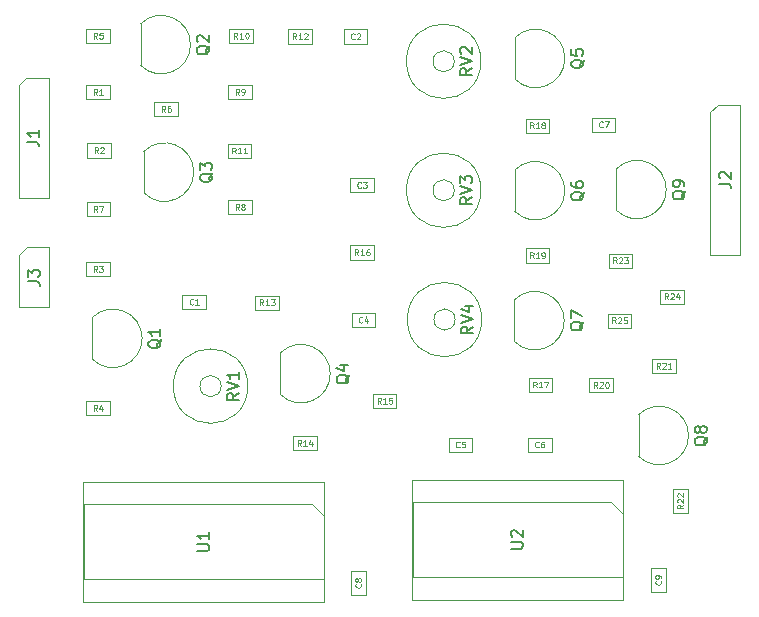
<source format=gbr>
G04 #@! TF.GenerationSoftware,KiCad,Pcbnew,(5.1.5-0-10_14)*
G04 #@! TF.CreationDate,2020-06-04T16:49:04+02:00*
G04 #@! TF.ProjectId,yuv-rgb-converter,7975762d-7267-4622-9d63-6f6e76657274,rev?*
G04 #@! TF.SameCoordinates,Original*
G04 #@! TF.FileFunction,Other,Fab,Top*
%FSLAX46Y46*%
G04 Gerber Fmt 4.6, Leading zero omitted, Abs format (unit mm)*
G04 Created by KiCad (PCBNEW (5.1.5-0-10_14)) date 2020-06-04 16:49:04*
%MOMM*%
%LPD*%
G04 APERTURE LIST*
%ADD10C,0.100000*%
%ADD11C,0.150000*%
%ADD12C,0.080000*%
G04 APERTURE END LIST*
D10*
X140953800Y-112776000D02*
X140953800Y-102616000D01*
X123053800Y-112776000D02*
X140953800Y-112776000D01*
X123053800Y-102616000D02*
X123053800Y-112776000D01*
X140953800Y-102616000D02*
X123053800Y-102616000D01*
X139893800Y-104521000D02*
X140893800Y-105521000D01*
X123113800Y-104521000D02*
X139893800Y-104521000D01*
X123113800Y-110871000D02*
X123113800Y-104521000D01*
X140893800Y-110871000D02*
X123113800Y-110871000D01*
X140893800Y-105521000D02*
X140893800Y-110871000D01*
X115655400Y-112953800D02*
X115655400Y-102793800D01*
X95215400Y-112953800D02*
X115655400Y-112953800D01*
X95215400Y-102793800D02*
X95215400Y-112953800D01*
X115655400Y-102793800D02*
X95215400Y-102793800D01*
X114595400Y-104698800D02*
X115595400Y-105698800D01*
X95275400Y-104698800D02*
X114595400Y-104698800D01*
X95275400Y-111048800D02*
X95275400Y-104698800D01*
X115595400Y-111048800D02*
X95275400Y-111048800D01*
X115595400Y-105698800D02*
X115595400Y-111048800D01*
X126720800Y-89063200D02*
G75*
G03X126720800Y-89063200I-900000J0D01*
G01*
X128970800Y-89063200D02*
G75*
G03X128970800Y-89063200I-3150000J0D01*
G01*
X126644600Y-78115800D02*
G75*
G03X126644600Y-78115800I-900000J0D01*
G01*
X128894600Y-78115800D02*
G75*
G03X128894600Y-78115800I-3150000J0D01*
G01*
X126644600Y-67193800D02*
G75*
G03X126644600Y-67193800I-900000J0D01*
G01*
X128894600Y-67193800D02*
G75*
G03X128894600Y-67193800I-3150000J0D01*
G01*
X106908800Y-94702000D02*
G75*
G03X106908800Y-94702000I-900000J0D01*
G01*
X109158800Y-94702000D02*
G75*
G03X109158800Y-94702000I-3150000J0D01*
G01*
X139639800Y-88554000D02*
X141639800Y-88554000D01*
X139639800Y-89754000D02*
X139639800Y-88554000D01*
X141639800Y-89754000D02*
X139639800Y-89754000D01*
X141639800Y-88554000D02*
X141639800Y-89754000D01*
X144084800Y-86522000D02*
X146084800Y-86522000D01*
X144084800Y-87722000D02*
X144084800Y-86522000D01*
X146084800Y-87722000D02*
X144084800Y-87722000D01*
X146084800Y-86522000D02*
X146084800Y-87722000D01*
X139716000Y-83474000D02*
X141716000Y-83474000D01*
X139716000Y-84674000D02*
X139716000Y-83474000D01*
X141716000Y-84674000D02*
X139716000Y-84674000D01*
X141716000Y-83474000D02*
X141716000Y-84674000D01*
X146396000Y-103419400D02*
X146396000Y-105419400D01*
X145196000Y-103419400D02*
X146396000Y-103419400D01*
X145196000Y-105419400D02*
X145196000Y-103419400D01*
X146396000Y-105419400D02*
X145196000Y-105419400D01*
X143399000Y-92389400D02*
X145399000Y-92389400D01*
X143399000Y-93589400D02*
X143399000Y-92389400D01*
X145399000Y-93589400D02*
X143399000Y-93589400D01*
X145399000Y-92389400D02*
X145399000Y-93589400D01*
X138090400Y-94015000D02*
X140090400Y-94015000D01*
X138090400Y-95215000D02*
X138090400Y-94015000D01*
X140090400Y-95215000D02*
X138090400Y-95215000D01*
X140090400Y-94015000D02*
X140090400Y-95215000D01*
X132680200Y-83042200D02*
X134680200Y-83042200D01*
X132680200Y-84242200D02*
X132680200Y-83042200D01*
X134680200Y-84242200D02*
X132680200Y-84242200D01*
X134680200Y-83042200D02*
X134680200Y-84242200D01*
X132680200Y-72044000D02*
X134680200Y-72044000D01*
X132680200Y-73244000D02*
X132680200Y-72044000D01*
X134680200Y-73244000D02*
X132680200Y-73244000D01*
X134680200Y-72044000D02*
X134680200Y-73244000D01*
X132934200Y-93989600D02*
X134934200Y-93989600D01*
X132934200Y-95189600D02*
X132934200Y-93989600D01*
X134934200Y-95189600D02*
X132934200Y-95189600D01*
X134934200Y-93989600D02*
X134934200Y-95189600D01*
X119846600Y-83988200D02*
X117846600Y-83988200D01*
X119846600Y-82788200D02*
X119846600Y-83988200D01*
X117846600Y-82788200D02*
X119846600Y-82788200D01*
X117846600Y-83988200D02*
X117846600Y-82788200D01*
X119751600Y-95361200D02*
X121751600Y-95361200D01*
X119751600Y-96561200D02*
X119751600Y-95361200D01*
X121751600Y-96561200D02*
X119751600Y-96561200D01*
X121751600Y-95361200D02*
X121751600Y-96561200D01*
X112995200Y-98942600D02*
X114995200Y-98942600D01*
X112995200Y-100142600D02*
X112995200Y-98942600D01*
X114995200Y-100142600D02*
X112995200Y-100142600D01*
X114995200Y-98942600D02*
X114995200Y-100142600D01*
X109794800Y-87030000D02*
X111794800Y-87030000D01*
X109794800Y-88230000D02*
X109794800Y-87030000D01*
X111794800Y-88230000D02*
X109794800Y-88230000D01*
X111794800Y-87030000D02*
X111794800Y-88230000D01*
X112588800Y-64500200D02*
X114588800Y-64500200D01*
X112588800Y-65700200D02*
X112588800Y-64500200D01*
X114588800Y-65700200D02*
X112588800Y-65700200D01*
X114588800Y-64500200D02*
X114588800Y-65700200D01*
X107458000Y-74177600D02*
X109458000Y-74177600D01*
X107458000Y-75377600D02*
X107458000Y-74177600D01*
X109458000Y-75377600D02*
X107458000Y-75377600D01*
X109458000Y-74177600D02*
X109458000Y-75377600D01*
X107610400Y-64449400D02*
X109610400Y-64449400D01*
X107610400Y-65649400D02*
X107610400Y-64449400D01*
X109610400Y-65649400D02*
X107610400Y-65649400D01*
X109610400Y-64449400D02*
X109610400Y-65649400D01*
X107508800Y-69199200D02*
X109508800Y-69199200D01*
X107508800Y-70399200D02*
X107508800Y-69199200D01*
X109508800Y-70399200D02*
X107508800Y-70399200D01*
X109508800Y-69199200D02*
X109508800Y-70399200D01*
X107508800Y-78952800D02*
X109508800Y-78952800D01*
X107508800Y-80152800D02*
X107508800Y-78952800D01*
X109508800Y-80152800D02*
X107508800Y-80152800D01*
X109508800Y-78952800D02*
X109508800Y-80152800D01*
X95520000Y-79105200D02*
X97520000Y-79105200D01*
X95520000Y-80305200D02*
X95520000Y-79105200D01*
X97520000Y-80305200D02*
X95520000Y-80305200D01*
X97520000Y-79105200D02*
X97520000Y-80305200D01*
X101260400Y-70647000D02*
X103260400Y-70647000D01*
X101260400Y-71847000D02*
X101260400Y-70647000D01*
X103260400Y-71847000D02*
X101260400Y-71847000D01*
X103260400Y-70647000D02*
X103260400Y-71847000D01*
X95494600Y-64449400D02*
X97494600Y-64449400D01*
X95494600Y-65649400D02*
X95494600Y-64449400D01*
X97494600Y-65649400D02*
X95494600Y-65649400D01*
X97494600Y-64449400D02*
X97494600Y-65649400D01*
X95494600Y-95970800D02*
X97494600Y-95970800D01*
X95494600Y-97170800D02*
X95494600Y-95970800D01*
X97494600Y-97170800D02*
X95494600Y-97170800D01*
X97494600Y-95970800D02*
X97494600Y-97170800D01*
X95494600Y-84210600D02*
X97494600Y-84210600D01*
X95494600Y-85410600D02*
X95494600Y-84210600D01*
X97494600Y-85410600D02*
X95494600Y-85410600D01*
X97494600Y-84210600D02*
X97494600Y-85410600D01*
X95570800Y-74152200D02*
X97570800Y-74152200D01*
X95570800Y-75352200D02*
X95570800Y-74152200D01*
X97570800Y-75352200D02*
X95570800Y-75352200D01*
X97570800Y-74152200D02*
X97570800Y-75352200D01*
X95494600Y-69224600D02*
X97494600Y-69224600D01*
X95494600Y-70424600D02*
X95494600Y-69224600D01*
X97494600Y-70424600D02*
X95494600Y-70424600D01*
X97494600Y-69224600D02*
X97494600Y-70424600D01*
X140359375Y-76300575D02*
G75*
G02X144593000Y-78054200I1753625J-1753625D01*
G01*
X140359375Y-79807825D02*
G75*
G03X144593000Y-78054200I1753625J1753625D01*
G01*
X140363000Y-76284200D02*
X140363000Y-79784200D01*
X142238975Y-97128575D02*
G75*
G02X146472600Y-98882200I1753625J-1753625D01*
G01*
X142238975Y-100635825D02*
G75*
G03X146472600Y-98882200I1753625J1753625D01*
G01*
X142242600Y-97112200D02*
X142242600Y-100612200D01*
X131723375Y-87400375D02*
G75*
G02X135957000Y-89154000I1753625J-1753625D01*
G01*
X131723375Y-90907625D02*
G75*
G03X135957000Y-89154000I1753625J1753625D01*
G01*
X131727000Y-87384000D02*
X131727000Y-90884000D01*
X131774175Y-76402175D02*
G75*
G02X136007800Y-78155800I1753625J-1753625D01*
G01*
X131774175Y-79909425D02*
G75*
G03X136007800Y-78155800I1753625J1753625D01*
G01*
X131777800Y-76385800D02*
X131777800Y-79885800D01*
X131774175Y-65200775D02*
G75*
G02X136007800Y-66954400I1753625J-1753625D01*
G01*
X131774175Y-68708025D02*
G75*
G03X136007800Y-66954400I1753625J1753625D01*
G01*
X131777800Y-65184400D02*
X131777800Y-68684400D01*
X111911375Y-91896175D02*
G75*
G02X116145000Y-93649800I1753625J-1753625D01*
G01*
X111911375Y-95403425D02*
G75*
G03X116145000Y-93649800I1753625J1753625D01*
G01*
X111915000Y-91879800D02*
X111915000Y-95379800D01*
X100354375Y-74827375D02*
G75*
G02X104588000Y-76581000I1753625J-1753625D01*
G01*
X100354375Y-78334625D02*
G75*
G03X104588000Y-76581000I1753625J1753625D01*
G01*
X100358000Y-74811000D02*
X100358000Y-78311000D01*
X100074975Y-64032375D02*
G75*
G02X104308600Y-65786000I1753625J-1753625D01*
G01*
X100074975Y-67539625D02*
G75*
G03X104308600Y-65786000I1753625J1753625D01*
G01*
X100078600Y-64016000D02*
X100078600Y-67516000D01*
X95985575Y-88898975D02*
G75*
G02X100219200Y-90652600I1753625J-1753625D01*
G01*
X95985575Y-92406225D02*
G75*
G03X100219200Y-90652600I1753625J1753625D01*
G01*
X95989200Y-88882600D02*
X95989200Y-92382600D01*
X89814400Y-83591400D02*
X90449400Y-82956400D01*
X89814400Y-88036400D02*
X89814400Y-83591400D01*
X92354400Y-88036400D02*
X89814400Y-88036400D01*
X92354400Y-82956400D02*
X92354400Y-88036400D01*
X90449400Y-82956400D02*
X92354400Y-82956400D01*
X148336000Y-71501000D02*
X148971000Y-70866000D01*
X148336000Y-83566000D02*
X148336000Y-71501000D01*
X150876000Y-83566000D02*
X148336000Y-83566000D01*
X150876000Y-70866000D02*
X150876000Y-83566000D01*
X148971000Y-70866000D02*
X150876000Y-70866000D01*
X90398600Y-68605400D02*
X92303600Y-68605400D01*
X92303600Y-68605400D02*
X92303600Y-78765400D01*
X92303600Y-78765400D02*
X89763600Y-78765400D01*
X89763600Y-78765400D02*
X89763600Y-69240400D01*
X89763600Y-69240400D02*
X90398600Y-68605400D01*
X143341800Y-112108600D02*
X143341800Y-110108600D01*
X144541800Y-112108600D02*
X143341800Y-112108600D01*
X144541800Y-110108600D02*
X144541800Y-112108600D01*
X143341800Y-110108600D02*
X144541800Y-110108600D01*
X117941800Y-112362600D02*
X117941800Y-110362600D01*
X119141800Y-112362600D02*
X117941800Y-112362600D01*
X119141800Y-110362600D02*
X119141800Y-112362600D01*
X117941800Y-110362600D02*
X119141800Y-110362600D01*
X138293600Y-71967800D02*
X140293600Y-71967800D01*
X138293600Y-73167800D02*
X138293600Y-71967800D01*
X140293600Y-73167800D02*
X138293600Y-73167800D01*
X140293600Y-71967800D02*
X140293600Y-73167800D01*
X132883400Y-99069600D02*
X134883400Y-99069600D01*
X132883400Y-100269600D02*
X132883400Y-99069600D01*
X134883400Y-100269600D02*
X132883400Y-100269600D01*
X134883400Y-99069600D02*
X134883400Y-100269600D01*
X126177800Y-99069600D02*
X128177800Y-99069600D01*
X126177800Y-100269600D02*
X126177800Y-99069600D01*
X128177800Y-100269600D02*
X126177800Y-100269600D01*
X128177800Y-99069600D02*
X128177800Y-100269600D01*
X119948200Y-89703200D02*
X117948200Y-89703200D01*
X119948200Y-88503200D02*
X119948200Y-89703200D01*
X117948200Y-88503200D02*
X119948200Y-88503200D01*
X117948200Y-89703200D02*
X117948200Y-88503200D01*
X119821200Y-78298600D02*
X117821200Y-78298600D01*
X119821200Y-77098600D02*
X119821200Y-78298600D01*
X117821200Y-77098600D02*
X119821200Y-77098600D01*
X117821200Y-78298600D02*
X117821200Y-77098600D01*
X117287800Y-64500200D02*
X119287800Y-64500200D01*
X117287800Y-65700200D02*
X117287800Y-64500200D01*
X119287800Y-65700200D02*
X117287800Y-65700200D01*
X119287800Y-64500200D02*
X119287800Y-65700200D01*
X103622600Y-86979200D02*
X105622600Y-86979200D01*
X103622600Y-88179200D02*
X103622600Y-86979200D01*
X105622600Y-88179200D02*
X103622600Y-88179200D01*
X105622600Y-86979200D02*
X105622600Y-88179200D01*
D11*
X131456180Y-108457904D02*
X132265704Y-108457904D01*
X132360942Y-108410285D01*
X132408561Y-108362666D01*
X132456180Y-108267428D01*
X132456180Y-108076952D01*
X132408561Y-107981714D01*
X132360942Y-107934095D01*
X132265704Y-107886476D01*
X131456180Y-107886476D01*
X131551419Y-107457904D02*
X131503800Y-107410285D01*
X131456180Y-107315047D01*
X131456180Y-107076952D01*
X131503800Y-106981714D01*
X131551419Y-106934095D01*
X131646657Y-106886476D01*
X131741895Y-106886476D01*
X131884752Y-106934095D01*
X132456180Y-107505523D01*
X132456180Y-106886476D01*
X104887780Y-108635704D02*
X105697304Y-108635704D01*
X105792542Y-108588085D01*
X105840161Y-108540466D01*
X105887780Y-108445228D01*
X105887780Y-108254752D01*
X105840161Y-108159514D01*
X105792542Y-108111895D01*
X105697304Y-108064276D01*
X104887780Y-108064276D01*
X105887780Y-107064276D02*
X105887780Y-107635704D01*
X105887780Y-107349990D02*
X104887780Y-107349990D01*
X105030638Y-107445228D01*
X105125876Y-107540466D01*
X105173495Y-107635704D01*
X128223180Y-89658438D02*
X127746990Y-89991771D01*
X128223180Y-90229866D02*
X127223180Y-90229866D01*
X127223180Y-89848914D01*
X127270800Y-89753676D01*
X127318419Y-89706057D01*
X127413657Y-89658438D01*
X127556514Y-89658438D01*
X127651752Y-89706057D01*
X127699371Y-89753676D01*
X127746990Y-89848914D01*
X127746990Y-90229866D01*
X127223180Y-89372723D02*
X128223180Y-89039390D01*
X127223180Y-88706057D01*
X127556514Y-87944152D02*
X128223180Y-87944152D01*
X127175561Y-88182247D02*
X127889847Y-88420342D01*
X127889847Y-87801295D01*
X128146980Y-78711038D02*
X127670790Y-79044371D01*
X128146980Y-79282466D02*
X127146980Y-79282466D01*
X127146980Y-78901514D01*
X127194600Y-78806276D01*
X127242219Y-78758657D01*
X127337457Y-78711038D01*
X127480314Y-78711038D01*
X127575552Y-78758657D01*
X127623171Y-78806276D01*
X127670790Y-78901514D01*
X127670790Y-79282466D01*
X127146980Y-78425323D02*
X128146980Y-78091990D01*
X127146980Y-77758657D01*
X127146980Y-77520561D02*
X127146980Y-76901514D01*
X127527933Y-77234847D01*
X127527933Y-77091990D01*
X127575552Y-76996752D01*
X127623171Y-76949133D01*
X127718409Y-76901514D01*
X127956504Y-76901514D01*
X128051742Y-76949133D01*
X128099361Y-76996752D01*
X128146980Y-77091990D01*
X128146980Y-77377704D01*
X128099361Y-77472942D01*
X128051742Y-77520561D01*
X128146980Y-67789038D02*
X127670790Y-68122371D01*
X128146980Y-68360466D02*
X127146980Y-68360466D01*
X127146980Y-67979514D01*
X127194600Y-67884276D01*
X127242219Y-67836657D01*
X127337457Y-67789038D01*
X127480314Y-67789038D01*
X127575552Y-67836657D01*
X127623171Y-67884276D01*
X127670790Y-67979514D01*
X127670790Y-68360466D01*
X127146980Y-67503323D02*
X128146980Y-67169990D01*
X127146980Y-66836657D01*
X127242219Y-66550942D02*
X127194600Y-66503323D01*
X127146980Y-66408085D01*
X127146980Y-66169990D01*
X127194600Y-66074752D01*
X127242219Y-66027133D01*
X127337457Y-65979514D01*
X127432695Y-65979514D01*
X127575552Y-66027133D01*
X128146980Y-66598561D01*
X128146980Y-65979514D01*
X108411180Y-95297238D02*
X107934990Y-95630571D01*
X108411180Y-95868666D02*
X107411180Y-95868666D01*
X107411180Y-95487714D01*
X107458800Y-95392476D01*
X107506419Y-95344857D01*
X107601657Y-95297238D01*
X107744514Y-95297238D01*
X107839752Y-95344857D01*
X107887371Y-95392476D01*
X107934990Y-95487714D01*
X107934990Y-95868666D01*
X107411180Y-95011523D02*
X108411180Y-94678190D01*
X107411180Y-94344857D01*
X108411180Y-93487714D02*
X108411180Y-94059142D01*
X108411180Y-93773428D02*
X107411180Y-93773428D01*
X107554038Y-93868666D01*
X107649276Y-93963904D01*
X107696895Y-94059142D01*
D12*
X140318371Y-89380190D02*
X140151704Y-89142095D01*
X140032657Y-89380190D02*
X140032657Y-88880190D01*
X140223133Y-88880190D01*
X140270752Y-88904000D01*
X140294561Y-88927809D01*
X140318371Y-88975428D01*
X140318371Y-89046857D01*
X140294561Y-89094476D01*
X140270752Y-89118285D01*
X140223133Y-89142095D01*
X140032657Y-89142095D01*
X140508847Y-88927809D02*
X140532657Y-88904000D01*
X140580276Y-88880190D01*
X140699323Y-88880190D01*
X140746942Y-88904000D01*
X140770752Y-88927809D01*
X140794561Y-88975428D01*
X140794561Y-89023047D01*
X140770752Y-89094476D01*
X140485038Y-89380190D01*
X140794561Y-89380190D01*
X141246942Y-88880190D02*
X141008847Y-88880190D01*
X140985038Y-89118285D01*
X141008847Y-89094476D01*
X141056466Y-89070666D01*
X141175514Y-89070666D01*
X141223133Y-89094476D01*
X141246942Y-89118285D01*
X141270752Y-89165904D01*
X141270752Y-89284952D01*
X141246942Y-89332571D01*
X141223133Y-89356380D01*
X141175514Y-89380190D01*
X141056466Y-89380190D01*
X141008847Y-89356380D01*
X140985038Y-89332571D01*
X144763371Y-87348190D02*
X144596704Y-87110095D01*
X144477657Y-87348190D02*
X144477657Y-86848190D01*
X144668133Y-86848190D01*
X144715752Y-86872000D01*
X144739561Y-86895809D01*
X144763371Y-86943428D01*
X144763371Y-87014857D01*
X144739561Y-87062476D01*
X144715752Y-87086285D01*
X144668133Y-87110095D01*
X144477657Y-87110095D01*
X144953847Y-86895809D02*
X144977657Y-86872000D01*
X145025276Y-86848190D01*
X145144323Y-86848190D01*
X145191942Y-86872000D01*
X145215752Y-86895809D01*
X145239561Y-86943428D01*
X145239561Y-86991047D01*
X145215752Y-87062476D01*
X144930038Y-87348190D01*
X145239561Y-87348190D01*
X145668133Y-87014857D02*
X145668133Y-87348190D01*
X145549085Y-86824380D02*
X145430038Y-87181523D01*
X145739561Y-87181523D01*
X140394571Y-84300190D02*
X140227904Y-84062095D01*
X140108857Y-84300190D02*
X140108857Y-83800190D01*
X140299333Y-83800190D01*
X140346952Y-83824000D01*
X140370761Y-83847809D01*
X140394571Y-83895428D01*
X140394571Y-83966857D01*
X140370761Y-84014476D01*
X140346952Y-84038285D01*
X140299333Y-84062095D01*
X140108857Y-84062095D01*
X140585047Y-83847809D02*
X140608857Y-83824000D01*
X140656476Y-83800190D01*
X140775523Y-83800190D01*
X140823142Y-83824000D01*
X140846952Y-83847809D01*
X140870761Y-83895428D01*
X140870761Y-83943047D01*
X140846952Y-84014476D01*
X140561238Y-84300190D01*
X140870761Y-84300190D01*
X141037428Y-83800190D02*
X141346952Y-83800190D01*
X141180285Y-83990666D01*
X141251714Y-83990666D01*
X141299333Y-84014476D01*
X141323142Y-84038285D01*
X141346952Y-84085904D01*
X141346952Y-84204952D01*
X141323142Y-84252571D01*
X141299333Y-84276380D01*
X141251714Y-84300190D01*
X141108857Y-84300190D01*
X141061238Y-84276380D01*
X141037428Y-84252571D01*
X146022190Y-104740828D02*
X145784095Y-104907495D01*
X146022190Y-105026542D02*
X145522190Y-105026542D01*
X145522190Y-104836066D01*
X145546000Y-104788447D01*
X145569809Y-104764638D01*
X145617428Y-104740828D01*
X145688857Y-104740828D01*
X145736476Y-104764638D01*
X145760285Y-104788447D01*
X145784095Y-104836066D01*
X145784095Y-105026542D01*
X145569809Y-104550352D02*
X145546000Y-104526542D01*
X145522190Y-104478923D01*
X145522190Y-104359876D01*
X145546000Y-104312257D01*
X145569809Y-104288447D01*
X145617428Y-104264638D01*
X145665047Y-104264638D01*
X145736476Y-104288447D01*
X146022190Y-104574161D01*
X146022190Y-104264638D01*
X145569809Y-104074161D02*
X145546000Y-104050352D01*
X145522190Y-104002733D01*
X145522190Y-103883685D01*
X145546000Y-103836066D01*
X145569809Y-103812257D01*
X145617428Y-103788447D01*
X145665047Y-103788447D01*
X145736476Y-103812257D01*
X146022190Y-104097971D01*
X146022190Y-103788447D01*
X144077571Y-93215590D02*
X143910904Y-92977495D01*
X143791857Y-93215590D02*
X143791857Y-92715590D01*
X143982333Y-92715590D01*
X144029952Y-92739400D01*
X144053761Y-92763209D01*
X144077571Y-92810828D01*
X144077571Y-92882257D01*
X144053761Y-92929876D01*
X144029952Y-92953685D01*
X143982333Y-92977495D01*
X143791857Y-92977495D01*
X144268047Y-92763209D02*
X144291857Y-92739400D01*
X144339476Y-92715590D01*
X144458523Y-92715590D01*
X144506142Y-92739400D01*
X144529952Y-92763209D01*
X144553761Y-92810828D01*
X144553761Y-92858447D01*
X144529952Y-92929876D01*
X144244238Y-93215590D01*
X144553761Y-93215590D01*
X145029952Y-93215590D02*
X144744238Y-93215590D01*
X144887095Y-93215590D02*
X144887095Y-92715590D01*
X144839476Y-92787019D01*
X144791857Y-92834638D01*
X144744238Y-92858447D01*
X138768971Y-94841190D02*
X138602304Y-94603095D01*
X138483257Y-94841190D02*
X138483257Y-94341190D01*
X138673733Y-94341190D01*
X138721352Y-94365000D01*
X138745161Y-94388809D01*
X138768971Y-94436428D01*
X138768971Y-94507857D01*
X138745161Y-94555476D01*
X138721352Y-94579285D01*
X138673733Y-94603095D01*
X138483257Y-94603095D01*
X138959447Y-94388809D02*
X138983257Y-94365000D01*
X139030876Y-94341190D01*
X139149923Y-94341190D01*
X139197542Y-94365000D01*
X139221352Y-94388809D01*
X139245161Y-94436428D01*
X139245161Y-94484047D01*
X139221352Y-94555476D01*
X138935638Y-94841190D01*
X139245161Y-94841190D01*
X139554685Y-94341190D02*
X139602304Y-94341190D01*
X139649923Y-94365000D01*
X139673733Y-94388809D01*
X139697542Y-94436428D01*
X139721352Y-94531666D01*
X139721352Y-94650714D01*
X139697542Y-94745952D01*
X139673733Y-94793571D01*
X139649923Y-94817380D01*
X139602304Y-94841190D01*
X139554685Y-94841190D01*
X139507066Y-94817380D01*
X139483257Y-94793571D01*
X139459447Y-94745952D01*
X139435638Y-94650714D01*
X139435638Y-94531666D01*
X139459447Y-94436428D01*
X139483257Y-94388809D01*
X139507066Y-94365000D01*
X139554685Y-94341190D01*
X133358771Y-83868390D02*
X133192104Y-83630295D01*
X133073057Y-83868390D02*
X133073057Y-83368390D01*
X133263533Y-83368390D01*
X133311152Y-83392200D01*
X133334961Y-83416009D01*
X133358771Y-83463628D01*
X133358771Y-83535057D01*
X133334961Y-83582676D01*
X133311152Y-83606485D01*
X133263533Y-83630295D01*
X133073057Y-83630295D01*
X133834961Y-83868390D02*
X133549247Y-83868390D01*
X133692104Y-83868390D02*
X133692104Y-83368390D01*
X133644485Y-83439819D01*
X133596866Y-83487438D01*
X133549247Y-83511247D01*
X134073057Y-83868390D02*
X134168295Y-83868390D01*
X134215914Y-83844580D01*
X134239723Y-83820771D01*
X134287342Y-83749342D01*
X134311152Y-83654104D01*
X134311152Y-83463628D01*
X134287342Y-83416009D01*
X134263533Y-83392200D01*
X134215914Y-83368390D01*
X134120676Y-83368390D01*
X134073057Y-83392200D01*
X134049247Y-83416009D01*
X134025438Y-83463628D01*
X134025438Y-83582676D01*
X134049247Y-83630295D01*
X134073057Y-83654104D01*
X134120676Y-83677914D01*
X134215914Y-83677914D01*
X134263533Y-83654104D01*
X134287342Y-83630295D01*
X134311152Y-83582676D01*
X133358771Y-72870190D02*
X133192104Y-72632095D01*
X133073057Y-72870190D02*
X133073057Y-72370190D01*
X133263533Y-72370190D01*
X133311152Y-72394000D01*
X133334961Y-72417809D01*
X133358771Y-72465428D01*
X133358771Y-72536857D01*
X133334961Y-72584476D01*
X133311152Y-72608285D01*
X133263533Y-72632095D01*
X133073057Y-72632095D01*
X133834961Y-72870190D02*
X133549247Y-72870190D01*
X133692104Y-72870190D02*
X133692104Y-72370190D01*
X133644485Y-72441619D01*
X133596866Y-72489238D01*
X133549247Y-72513047D01*
X134120676Y-72584476D02*
X134073057Y-72560666D01*
X134049247Y-72536857D01*
X134025438Y-72489238D01*
X134025438Y-72465428D01*
X134049247Y-72417809D01*
X134073057Y-72394000D01*
X134120676Y-72370190D01*
X134215914Y-72370190D01*
X134263533Y-72394000D01*
X134287342Y-72417809D01*
X134311152Y-72465428D01*
X134311152Y-72489238D01*
X134287342Y-72536857D01*
X134263533Y-72560666D01*
X134215914Y-72584476D01*
X134120676Y-72584476D01*
X134073057Y-72608285D01*
X134049247Y-72632095D01*
X134025438Y-72679714D01*
X134025438Y-72774952D01*
X134049247Y-72822571D01*
X134073057Y-72846380D01*
X134120676Y-72870190D01*
X134215914Y-72870190D01*
X134263533Y-72846380D01*
X134287342Y-72822571D01*
X134311152Y-72774952D01*
X134311152Y-72679714D01*
X134287342Y-72632095D01*
X134263533Y-72608285D01*
X134215914Y-72584476D01*
X133612771Y-94815790D02*
X133446104Y-94577695D01*
X133327057Y-94815790D02*
X133327057Y-94315790D01*
X133517533Y-94315790D01*
X133565152Y-94339600D01*
X133588961Y-94363409D01*
X133612771Y-94411028D01*
X133612771Y-94482457D01*
X133588961Y-94530076D01*
X133565152Y-94553885D01*
X133517533Y-94577695D01*
X133327057Y-94577695D01*
X134088961Y-94815790D02*
X133803247Y-94815790D01*
X133946104Y-94815790D02*
X133946104Y-94315790D01*
X133898485Y-94387219D01*
X133850866Y-94434838D01*
X133803247Y-94458647D01*
X134255628Y-94315790D02*
X134588961Y-94315790D01*
X134374676Y-94815790D01*
X118525171Y-83614390D02*
X118358504Y-83376295D01*
X118239457Y-83614390D02*
X118239457Y-83114390D01*
X118429933Y-83114390D01*
X118477552Y-83138200D01*
X118501361Y-83162009D01*
X118525171Y-83209628D01*
X118525171Y-83281057D01*
X118501361Y-83328676D01*
X118477552Y-83352485D01*
X118429933Y-83376295D01*
X118239457Y-83376295D01*
X119001361Y-83614390D02*
X118715647Y-83614390D01*
X118858504Y-83614390D02*
X118858504Y-83114390D01*
X118810885Y-83185819D01*
X118763266Y-83233438D01*
X118715647Y-83257247D01*
X119429933Y-83114390D02*
X119334695Y-83114390D01*
X119287076Y-83138200D01*
X119263266Y-83162009D01*
X119215647Y-83233438D01*
X119191838Y-83328676D01*
X119191838Y-83519152D01*
X119215647Y-83566771D01*
X119239457Y-83590580D01*
X119287076Y-83614390D01*
X119382314Y-83614390D01*
X119429933Y-83590580D01*
X119453742Y-83566771D01*
X119477552Y-83519152D01*
X119477552Y-83400104D01*
X119453742Y-83352485D01*
X119429933Y-83328676D01*
X119382314Y-83304866D01*
X119287076Y-83304866D01*
X119239457Y-83328676D01*
X119215647Y-83352485D01*
X119191838Y-83400104D01*
X120430171Y-96187390D02*
X120263504Y-95949295D01*
X120144457Y-96187390D02*
X120144457Y-95687390D01*
X120334933Y-95687390D01*
X120382552Y-95711200D01*
X120406361Y-95735009D01*
X120430171Y-95782628D01*
X120430171Y-95854057D01*
X120406361Y-95901676D01*
X120382552Y-95925485D01*
X120334933Y-95949295D01*
X120144457Y-95949295D01*
X120906361Y-96187390D02*
X120620647Y-96187390D01*
X120763504Y-96187390D02*
X120763504Y-95687390D01*
X120715885Y-95758819D01*
X120668266Y-95806438D01*
X120620647Y-95830247D01*
X121358742Y-95687390D02*
X121120647Y-95687390D01*
X121096838Y-95925485D01*
X121120647Y-95901676D01*
X121168266Y-95877866D01*
X121287314Y-95877866D01*
X121334933Y-95901676D01*
X121358742Y-95925485D01*
X121382552Y-95973104D01*
X121382552Y-96092152D01*
X121358742Y-96139771D01*
X121334933Y-96163580D01*
X121287314Y-96187390D01*
X121168266Y-96187390D01*
X121120647Y-96163580D01*
X121096838Y-96139771D01*
X113673771Y-99768790D02*
X113507104Y-99530695D01*
X113388057Y-99768790D02*
X113388057Y-99268790D01*
X113578533Y-99268790D01*
X113626152Y-99292600D01*
X113649961Y-99316409D01*
X113673771Y-99364028D01*
X113673771Y-99435457D01*
X113649961Y-99483076D01*
X113626152Y-99506885D01*
X113578533Y-99530695D01*
X113388057Y-99530695D01*
X114149961Y-99768790D02*
X113864247Y-99768790D01*
X114007104Y-99768790D02*
X114007104Y-99268790D01*
X113959485Y-99340219D01*
X113911866Y-99387838D01*
X113864247Y-99411647D01*
X114578533Y-99435457D02*
X114578533Y-99768790D01*
X114459485Y-99244980D02*
X114340438Y-99602123D01*
X114649961Y-99602123D01*
X110473371Y-87856190D02*
X110306704Y-87618095D01*
X110187657Y-87856190D02*
X110187657Y-87356190D01*
X110378133Y-87356190D01*
X110425752Y-87380000D01*
X110449561Y-87403809D01*
X110473371Y-87451428D01*
X110473371Y-87522857D01*
X110449561Y-87570476D01*
X110425752Y-87594285D01*
X110378133Y-87618095D01*
X110187657Y-87618095D01*
X110949561Y-87856190D02*
X110663847Y-87856190D01*
X110806704Y-87856190D02*
X110806704Y-87356190D01*
X110759085Y-87427619D01*
X110711466Y-87475238D01*
X110663847Y-87499047D01*
X111116228Y-87356190D02*
X111425752Y-87356190D01*
X111259085Y-87546666D01*
X111330514Y-87546666D01*
X111378133Y-87570476D01*
X111401942Y-87594285D01*
X111425752Y-87641904D01*
X111425752Y-87760952D01*
X111401942Y-87808571D01*
X111378133Y-87832380D01*
X111330514Y-87856190D01*
X111187657Y-87856190D01*
X111140038Y-87832380D01*
X111116228Y-87808571D01*
X113267371Y-65326390D02*
X113100704Y-65088295D01*
X112981657Y-65326390D02*
X112981657Y-64826390D01*
X113172133Y-64826390D01*
X113219752Y-64850200D01*
X113243561Y-64874009D01*
X113267371Y-64921628D01*
X113267371Y-64993057D01*
X113243561Y-65040676D01*
X113219752Y-65064485D01*
X113172133Y-65088295D01*
X112981657Y-65088295D01*
X113743561Y-65326390D02*
X113457847Y-65326390D01*
X113600704Y-65326390D02*
X113600704Y-64826390D01*
X113553085Y-64897819D01*
X113505466Y-64945438D01*
X113457847Y-64969247D01*
X113934038Y-64874009D02*
X113957847Y-64850200D01*
X114005466Y-64826390D01*
X114124514Y-64826390D01*
X114172133Y-64850200D01*
X114195942Y-64874009D01*
X114219752Y-64921628D01*
X114219752Y-64969247D01*
X114195942Y-65040676D01*
X113910228Y-65326390D01*
X114219752Y-65326390D01*
X108136571Y-75003790D02*
X107969904Y-74765695D01*
X107850857Y-75003790D02*
X107850857Y-74503790D01*
X108041333Y-74503790D01*
X108088952Y-74527600D01*
X108112761Y-74551409D01*
X108136571Y-74599028D01*
X108136571Y-74670457D01*
X108112761Y-74718076D01*
X108088952Y-74741885D01*
X108041333Y-74765695D01*
X107850857Y-74765695D01*
X108612761Y-75003790D02*
X108327047Y-75003790D01*
X108469904Y-75003790D02*
X108469904Y-74503790D01*
X108422285Y-74575219D01*
X108374666Y-74622838D01*
X108327047Y-74646647D01*
X109088952Y-75003790D02*
X108803238Y-75003790D01*
X108946095Y-75003790D02*
X108946095Y-74503790D01*
X108898476Y-74575219D01*
X108850857Y-74622838D01*
X108803238Y-74646647D01*
X108288971Y-65275590D02*
X108122304Y-65037495D01*
X108003257Y-65275590D02*
X108003257Y-64775590D01*
X108193733Y-64775590D01*
X108241352Y-64799400D01*
X108265161Y-64823209D01*
X108288971Y-64870828D01*
X108288971Y-64942257D01*
X108265161Y-64989876D01*
X108241352Y-65013685D01*
X108193733Y-65037495D01*
X108003257Y-65037495D01*
X108765161Y-65275590D02*
X108479447Y-65275590D01*
X108622304Y-65275590D02*
X108622304Y-64775590D01*
X108574685Y-64847019D01*
X108527066Y-64894638D01*
X108479447Y-64918447D01*
X109074685Y-64775590D02*
X109122304Y-64775590D01*
X109169923Y-64799400D01*
X109193733Y-64823209D01*
X109217542Y-64870828D01*
X109241352Y-64966066D01*
X109241352Y-65085114D01*
X109217542Y-65180352D01*
X109193733Y-65227971D01*
X109169923Y-65251780D01*
X109122304Y-65275590D01*
X109074685Y-65275590D01*
X109027066Y-65251780D01*
X109003257Y-65227971D01*
X108979447Y-65180352D01*
X108955638Y-65085114D01*
X108955638Y-64966066D01*
X108979447Y-64870828D01*
X109003257Y-64823209D01*
X109027066Y-64799400D01*
X109074685Y-64775590D01*
X108425466Y-70025390D02*
X108258800Y-69787295D01*
X108139752Y-70025390D02*
X108139752Y-69525390D01*
X108330228Y-69525390D01*
X108377847Y-69549200D01*
X108401657Y-69573009D01*
X108425466Y-69620628D01*
X108425466Y-69692057D01*
X108401657Y-69739676D01*
X108377847Y-69763485D01*
X108330228Y-69787295D01*
X108139752Y-69787295D01*
X108663561Y-70025390D02*
X108758800Y-70025390D01*
X108806419Y-70001580D01*
X108830228Y-69977771D01*
X108877847Y-69906342D01*
X108901657Y-69811104D01*
X108901657Y-69620628D01*
X108877847Y-69573009D01*
X108854038Y-69549200D01*
X108806419Y-69525390D01*
X108711180Y-69525390D01*
X108663561Y-69549200D01*
X108639752Y-69573009D01*
X108615942Y-69620628D01*
X108615942Y-69739676D01*
X108639752Y-69787295D01*
X108663561Y-69811104D01*
X108711180Y-69834914D01*
X108806419Y-69834914D01*
X108854038Y-69811104D01*
X108877847Y-69787295D01*
X108901657Y-69739676D01*
X108425466Y-79778990D02*
X108258800Y-79540895D01*
X108139752Y-79778990D02*
X108139752Y-79278990D01*
X108330228Y-79278990D01*
X108377847Y-79302800D01*
X108401657Y-79326609D01*
X108425466Y-79374228D01*
X108425466Y-79445657D01*
X108401657Y-79493276D01*
X108377847Y-79517085D01*
X108330228Y-79540895D01*
X108139752Y-79540895D01*
X108711180Y-79493276D02*
X108663561Y-79469466D01*
X108639752Y-79445657D01*
X108615942Y-79398038D01*
X108615942Y-79374228D01*
X108639752Y-79326609D01*
X108663561Y-79302800D01*
X108711180Y-79278990D01*
X108806419Y-79278990D01*
X108854038Y-79302800D01*
X108877847Y-79326609D01*
X108901657Y-79374228D01*
X108901657Y-79398038D01*
X108877847Y-79445657D01*
X108854038Y-79469466D01*
X108806419Y-79493276D01*
X108711180Y-79493276D01*
X108663561Y-79517085D01*
X108639752Y-79540895D01*
X108615942Y-79588514D01*
X108615942Y-79683752D01*
X108639752Y-79731371D01*
X108663561Y-79755180D01*
X108711180Y-79778990D01*
X108806419Y-79778990D01*
X108854038Y-79755180D01*
X108877847Y-79731371D01*
X108901657Y-79683752D01*
X108901657Y-79588514D01*
X108877847Y-79540895D01*
X108854038Y-79517085D01*
X108806419Y-79493276D01*
X96436666Y-79931390D02*
X96270000Y-79693295D01*
X96150952Y-79931390D02*
X96150952Y-79431390D01*
X96341428Y-79431390D01*
X96389047Y-79455200D01*
X96412857Y-79479009D01*
X96436666Y-79526628D01*
X96436666Y-79598057D01*
X96412857Y-79645676D01*
X96389047Y-79669485D01*
X96341428Y-79693295D01*
X96150952Y-79693295D01*
X96603333Y-79431390D02*
X96936666Y-79431390D01*
X96722380Y-79931390D01*
X102177066Y-71473190D02*
X102010400Y-71235095D01*
X101891352Y-71473190D02*
X101891352Y-70973190D01*
X102081828Y-70973190D01*
X102129447Y-70997000D01*
X102153257Y-71020809D01*
X102177066Y-71068428D01*
X102177066Y-71139857D01*
X102153257Y-71187476D01*
X102129447Y-71211285D01*
X102081828Y-71235095D01*
X101891352Y-71235095D01*
X102605638Y-70973190D02*
X102510400Y-70973190D01*
X102462780Y-70997000D01*
X102438971Y-71020809D01*
X102391352Y-71092238D01*
X102367542Y-71187476D01*
X102367542Y-71377952D01*
X102391352Y-71425571D01*
X102415161Y-71449380D01*
X102462780Y-71473190D01*
X102558019Y-71473190D01*
X102605638Y-71449380D01*
X102629447Y-71425571D01*
X102653257Y-71377952D01*
X102653257Y-71258904D01*
X102629447Y-71211285D01*
X102605638Y-71187476D01*
X102558019Y-71163666D01*
X102462780Y-71163666D01*
X102415161Y-71187476D01*
X102391352Y-71211285D01*
X102367542Y-71258904D01*
X96411266Y-65275590D02*
X96244600Y-65037495D01*
X96125552Y-65275590D02*
X96125552Y-64775590D01*
X96316028Y-64775590D01*
X96363647Y-64799400D01*
X96387457Y-64823209D01*
X96411266Y-64870828D01*
X96411266Y-64942257D01*
X96387457Y-64989876D01*
X96363647Y-65013685D01*
X96316028Y-65037495D01*
X96125552Y-65037495D01*
X96863647Y-64775590D02*
X96625552Y-64775590D01*
X96601742Y-65013685D01*
X96625552Y-64989876D01*
X96673171Y-64966066D01*
X96792219Y-64966066D01*
X96839838Y-64989876D01*
X96863647Y-65013685D01*
X96887457Y-65061304D01*
X96887457Y-65180352D01*
X96863647Y-65227971D01*
X96839838Y-65251780D01*
X96792219Y-65275590D01*
X96673171Y-65275590D01*
X96625552Y-65251780D01*
X96601742Y-65227971D01*
X96411266Y-96796990D02*
X96244600Y-96558895D01*
X96125552Y-96796990D02*
X96125552Y-96296990D01*
X96316028Y-96296990D01*
X96363647Y-96320800D01*
X96387457Y-96344609D01*
X96411266Y-96392228D01*
X96411266Y-96463657D01*
X96387457Y-96511276D01*
X96363647Y-96535085D01*
X96316028Y-96558895D01*
X96125552Y-96558895D01*
X96839838Y-96463657D02*
X96839838Y-96796990D01*
X96720790Y-96273180D02*
X96601742Y-96630323D01*
X96911266Y-96630323D01*
X96411266Y-85036790D02*
X96244600Y-84798695D01*
X96125552Y-85036790D02*
X96125552Y-84536790D01*
X96316028Y-84536790D01*
X96363647Y-84560600D01*
X96387457Y-84584409D01*
X96411266Y-84632028D01*
X96411266Y-84703457D01*
X96387457Y-84751076D01*
X96363647Y-84774885D01*
X96316028Y-84798695D01*
X96125552Y-84798695D01*
X96577933Y-84536790D02*
X96887457Y-84536790D01*
X96720790Y-84727266D01*
X96792219Y-84727266D01*
X96839838Y-84751076D01*
X96863647Y-84774885D01*
X96887457Y-84822504D01*
X96887457Y-84941552D01*
X96863647Y-84989171D01*
X96839838Y-85012980D01*
X96792219Y-85036790D01*
X96649361Y-85036790D01*
X96601742Y-85012980D01*
X96577933Y-84989171D01*
X96487466Y-74978390D02*
X96320800Y-74740295D01*
X96201752Y-74978390D02*
X96201752Y-74478390D01*
X96392228Y-74478390D01*
X96439847Y-74502200D01*
X96463657Y-74526009D01*
X96487466Y-74573628D01*
X96487466Y-74645057D01*
X96463657Y-74692676D01*
X96439847Y-74716485D01*
X96392228Y-74740295D01*
X96201752Y-74740295D01*
X96677942Y-74526009D02*
X96701752Y-74502200D01*
X96749371Y-74478390D01*
X96868419Y-74478390D01*
X96916038Y-74502200D01*
X96939847Y-74526009D01*
X96963657Y-74573628D01*
X96963657Y-74621247D01*
X96939847Y-74692676D01*
X96654133Y-74978390D01*
X96963657Y-74978390D01*
X96411266Y-70050790D02*
X96244600Y-69812695D01*
X96125552Y-70050790D02*
X96125552Y-69550790D01*
X96316028Y-69550790D01*
X96363647Y-69574600D01*
X96387457Y-69598409D01*
X96411266Y-69646028D01*
X96411266Y-69717457D01*
X96387457Y-69765076D01*
X96363647Y-69788885D01*
X96316028Y-69812695D01*
X96125552Y-69812695D01*
X96887457Y-70050790D02*
X96601742Y-70050790D01*
X96744600Y-70050790D02*
X96744600Y-69550790D01*
X96696980Y-69622219D01*
X96649361Y-69669838D01*
X96601742Y-69693647D01*
D11*
X146220619Y-78149438D02*
X146173000Y-78244676D01*
X146077761Y-78339914D01*
X145934904Y-78482771D01*
X145887285Y-78578009D01*
X145887285Y-78673247D01*
X146125380Y-78625628D02*
X146077761Y-78720866D01*
X145982523Y-78816104D01*
X145792047Y-78863723D01*
X145458714Y-78863723D01*
X145268238Y-78816104D01*
X145173000Y-78720866D01*
X145125380Y-78625628D01*
X145125380Y-78435152D01*
X145173000Y-78339914D01*
X145268238Y-78244676D01*
X145458714Y-78197057D01*
X145792047Y-78197057D01*
X145982523Y-78244676D01*
X146077761Y-78339914D01*
X146125380Y-78435152D01*
X146125380Y-78625628D01*
X146125380Y-77720866D02*
X146125380Y-77530390D01*
X146077761Y-77435152D01*
X146030142Y-77387533D01*
X145887285Y-77292295D01*
X145696809Y-77244676D01*
X145315857Y-77244676D01*
X145220619Y-77292295D01*
X145173000Y-77339914D01*
X145125380Y-77435152D01*
X145125380Y-77625628D01*
X145173000Y-77720866D01*
X145220619Y-77768485D01*
X145315857Y-77816104D01*
X145553952Y-77816104D01*
X145649190Y-77768485D01*
X145696809Y-77720866D01*
X145744428Y-77625628D01*
X145744428Y-77435152D01*
X145696809Y-77339914D01*
X145649190Y-77292295D01*
X145553952Y-77244676D01*
X148100219Y-98977438D02*
X148052600Y-99072676D01*
X147957361Y-99167914D01*
X147814504Y-99310771D01*
X147766885Y-99406009D01*
X147766885Y-99501247D01*
X148004980Y-99453628D02*
X147957361Y-99548866D01*
X147862123Y-99644104D01*
X147671647Y-99691723D01*
X147338314Y-99691723D01*
X147147838Y-99644104D01*
X147052600Y-99548866D01*
X147004980Y-99453628D01*
X147004980Y-99263152D01*
X147052600Y-99167914D01*
X147147838Y-99072676D01*
X147338314Y-99025057D01*
X147671647Y-99025057D01*
X147862123Y-99072676D01*
X147957361Y-99167914D01*
X148004980Y-99263152D01*
X148004980Y-99453628D01*
X147433552Y-98453628D02*
X147385933Y-98548866D01*
X147338314Y-98596485D01*
X147243076Y-98644104D01*
X147195457Y-98644104D01*
X147100219Y-98596485D01*
X147052600Y-98548866D01*
X147004980Y-98453628D01*
X147004980Y-98263152D01*
X147052600Y-98167914D01*
X147100219Y-98120295D01*
X147195457Y-98072676D01*
X147243076Y-98072676D01*
X147338314Y-98120295D01*
X147385933Y-98167914D01*
X147433552Y-98263152D01*
X147433552Y-98453628D01*
X147481171Y-98548866D01*
X147528790Y-98596485D01*
X147624028Y-98644104D01*
X147814504Y-98644104D01*
X147909742Y-98596485D01*
X147957361Y-98548866D01*
X148004980Y-98453628D01*
X148004980Y-98263152D01*
X147957361Y-98167914D01*
X147909742Y-98120295D01*
X147814504Y-98072676D01*
X147624028Y-98072676D01*
X147528790Y-98120295D01*
X147481171Y-98167914D01*
X147433552Y-98263152D01*
X137584619Y-89249238D02*
X137537000Y-89344476D01*
X137441761Y-89439714D01*
X137298904Y-89582571D01*
X137251285Y-89677809D01*
X137251285Y-89773047D01*
X137489380Y-89725428D02*
X137441761Y-89820666D01*
X137346523Y-89915904D01*
X137156047Y-89963523D01*
X136822714Y-89963523D01*
X136632238Y-89915904D01*
X136537000Y-89820666D01*
X136489380Y-89725428D01*
X136489380Y-89534952D01*
X136537000Y-89439714D01*
X136632238Y-89344476D01*
X136822714Y-89296857D01*
X137156047Y-89296857D01*
X137346523Y-89344476D01*
X137441761Y-89439714D01*
X137489380Y-89534952D01*
X137489380Y-89725428D01*
X136489380Y-88963523D02*
X136489380Y-88296857D01*
X137489380Y-88725428D01*
X137635419Y-78251038D02*
X137587800Y-78346276D01*
X137492561Y-78441514D01*
X137349704Y-78584371D01*
X137302085Y-78679609D01*
X137302085Y-78774847D01*
X137540180Y-78727228D02*
X137492561Y-78822466D01*
X137397323Y-78917704D01*
X137206847Y-78965323D01*
X136873514Y-78965323D01*
X136683038Y-78917704D01*
X136587800Y-78822466D01*
X136540180Y-78727228D01*
X136540180Y-78536752D01*
X136587800Y-78441514D01*
X136683038Y-78346276D01*
X136873514Y-78298657D01*
X137206847Y-78298657D01*
X137397323Y-78346276D01*
X137492561Y-78441514D01*
X137540180Y-78536752D01*
X137540180Y-78727228D01*
X136540180Y-77441514D02*
X136540180Y-77631990D01*
X136587800Y-77727228D01*
X136635419Y-77774847D01*
X136778276Y-77870085D01*
X136968752Y-77917704D01*
X137349704Y-77917704D01*
X137444942Y-77870085D01*
X137492561Y-77822466D01*
X137540180Y-77727228D01*
X137540180Y-77536752D01*
X137492561Y-77441514D01*
X137444942Y-77393895D01*
X137349704Y-77346276D01*
X137111609Y-77346276D01*
X137016371Y-77393895D01*
X136968752Y-77441514D01*
X136921133Y-77536752D01*
X136921133Y-77727228D01*
X136968752Y-77822466D01*
X137016371Y-77870085D01*
X137111609Y-77917704D01*
X137635419Y-67049638D02*
X137587800Y-67144876D01*
X137492561Y-67240114D01*
X137349704Y-67382971D01*
X137302085Y-67478209D01*
X137302085Y-67573447D01*
X137540180Y-67525828D02*
X137492561Y-67621066D01*
X137397323Y-67716304D01*
X137206847Y-67763923D01*
X136873514Y-67763923D01*
X136683038Y-67716304D01*
X136587800Y-67621066D01*
X136540180Y-67525828D01*
X136540180Y-67335352D01*
X136587800Y-67240114D01*
X136683038Y-67144876D01*
X136873514Y-67097257D01*
X137206847Y-67097257D01*
X137397323Y-67144876D01*
X137492561Y-67240114D01*
X137540180Y-67335352D01*
X137540180Y-67525828D01*
X136540180Y-66192495D02*
X136540180Y-66668685D01*
X137016371Y-66716304D01*
X136968752Y-66668685D01*
X136921133Y-66573447D01*
X136921133Y-66335352D01*
X136968752Y-66240114D01*
X137016371Y-66192495D01*
X137111609Y-66144876D01*
X137349704Y-66144876D01*
X137444942Y-66192495D01*
X137492561Y-66240114D01*
X137540180Y-66335352D01*
X137540180Y-66573447D01*
X137492561Y-66668685D01*
X137444942Y-66716304D01*
X117772619Y-93745038D02*
X117725000Y-93840276D01*
X117629761Y-93935514D01*
X117486904Y-94078371D01*
X117439285Y-94173609D01*
X117439285Y-94268847D01*
X117677380Y-94221228D02*
X117629761Y-94316466D01*
X117534523Y-94411704D01*
X117344047Y-94459323D01*
X117010714Y-94459323D01*
X116820238Y-94411704D01*
X116725000Y-94316466D01*
X116677380Y-94221228D01*
X116677380Y-94030752D01*
X116725000Y-93935514D01*
X116820238Y-93840276D01*
X117010714Y-93792657D01*
X117344047Y-93792657D01*
X117534523Y-93840276D01*
X117629761Y-93935514D01*
X117677380Y-94030752D01*
X117677380Y-94221228D01*
X117010714Y-92935514D02*
X117677380Y-92935514D01*
X116629761Y-93173609D02*
X117344047Y-93411704D01*
X117344047Y-92792657D01*
X106215619Y-76676238D02*
X106168000Y-76771476D01*
X106072761Y-76866714D01*
X105929904Y-77009571D01*
X105882285Y-77104809D01*
X105882285Y-77200047D01*
X106120380Y-77152428D02*
X106072761Y-77247666D01*
X105977523Y-77342904D01*
X105787047Y-77390523D01*
X105453714Y-77390523D01*
X105263238Y-77342904D01*
X105168000Y-77247666D01*
X105120380Y-77152428D01*
X105120380Y-76961952D01*
X105168000Y-76866714D01*
X105263238Y-76771476D01*
X105453714Y-76723857D01*
X105787047Y-76723857D01*
X105977523Y-76771476D01*
X106072761Y-76866714D01*
X106120380Y-76961952D01*
X106120380Y-77152428D01*
X105120380Y-76390523D02*
X105120380Y-75771476D01*
X105501333Y-76104809D01*
X105501333Y-75961952D01*
X105548952Y-75866714D01*
X105596571Y-75819095D01*
X105691809Y-75771476D01*
X105929904Y-75771476D01*
X106025142Y-75819095D01*
X106072761Y-75866714D01*
X106120380Y-75961952D01*
X106120380Y-76247666D01*
X106072761Y-76342904D01*
X106025142Y-76390523D01*
X105936219Y-65881238D02*
X105888600Y-65976476D01*
X105793361Y-66071714D01*
X105650504Y-66214571D01*
X105602885Y-66309809D01*
X105602885Y-66405047D01*
X105840980Y-66357428D02*
X105793361Y-66452666D01*
X105698123Y-66547904D01*
X105507647Y-66595523D01*
X105174314Y-66595523D01*
X104983838Y-66547904D01*
X104888600Y-66452666D01*
X104840980Y-66357428D01*
X104840980Y-66166952D01*
X104888600Y-66071714D01*
X104983838Y-65976476D01*
X105174314Y-65928857D01*
X105507647Y-65928857D01*
X105698123Y-65976476D01*
X105793361Y-66071714D01*
X105840980Y-66166952D01*
X105840980Y-66357428D01*
X104936219Y-65547904D02*
X104888600Y-65500285D01*
X104840980Y-65405047D01*
X104840980Y-65166952D01*
X104888600Y-65071714D01*
X104936219Y-65024095D01*
X105031457Y-64976476D01*
X105126695Y-64976476D01*
X105269552Y-65024095D01*
X105840980Y-65595523D01*
X105840980Y-64976476D01*
X101846819Y-90747838D02*
X101799200Y-90843076D01*
X101703961Y-90938314D01*
X101561104Y-91081171D01*
X101513485Y-91176409D01*
X101513485Y-91271647D01*
X101751580Y-91224028D02*
X101703961Y-91319266D01*
X101608723Y-91414504D01*
X101418247Y-91462123D01*
X101084914Y-91462123D01*
X100894438Y-91414504D01*
X100799200Y-91319266D01*
X100751580Y-91224028D01*
X100751580Y-91033552D01*
X100799200Y-90938314D01*
X100894438Y-90843076D01*
X101084914Y-90795457D01*
X101418247Y-90795457D01*
X101608723Y-90843076D01*
X101703961Y-90938314D01*
X101751580Y-91033552D01*
X101751580Y-91224028D01*
X101751580Y-89843076D02*
X101751580Y-90414504D01*
X101751580Y-90128790D02*
X100751580Y-90128790D01*
X100894438Y-90224028D01*
X100989676Y-90319266D01*
X101037295Y-90414504D01*
X90536780Y-85829733D02*
X91251066Y-85829733D01*
X91393923Y-85877352D01*
X91489161Y-85972590D01*
X91536780Y-86115447D01*
X91536780Y-86210685D01*
X90536780Y-85448780D02*
X90536780Y-84829733D01*
X90917733Y-85163066D01*
X90917733Y-85020209D01*
X90965352Y-84924971D01*
X91012971Y-84877352D01*
X91108209Y-84829733D01*
X91346304Y-84829733D01*
X91441542Y-84877352D01*
X91489161Y-84924971D01*
X91536780Y-85020209D01*
X91536780Y-85305923D01*
X91489161Y-85401161D01*
X91441542Y-85448780D01*
X149058380Y-77549333D02*
X149772666Y-77549333D01*
X149915523Y-77596952D01*
X150010761Y-77692190D01*
X150058380Y-77835047D01*
X150058380Y-77930285D01*
X149153619Y-77120761D02*
X149106000Y-77073142D01*
X149058380Y-76977904D01*
X149058380Y-76739809D01*
X149106000Y-76644571D01*
X149153619Y-76596952D01*
X149248857Y-76549333D01*
X149344095Y-76549333D01*
X149486952Y-76596952D01*
X150058380Y-77168380D01*
X150058380Y-76549333D01*
X90485980Y-74018733D02*
X91200266Y-74018733D01*
X91343123Y-74066352D01*
X91438361Y-74161590D01*
X91485980Y-74304447D01*
X91485980Y-74399685D01*
X91485980Y-73018733D02*
X91485980Y-73590161D01*
X91485980Y-73304447D02*
X90485980Y-73304447D01*
X90628838Y-73399685D01*
X90724076Y-73494923D01*
X90771695Y-73590161D01*
D12*
X144120371Y-111191933D02*
X144144180Y-111215742D01*
X144167990Y-111287171D01*
X144167990Y-111334790D01*
X144144180Y-111406219D01*
X144096561Y-111453838D01*
X144048942Y-111477647D01*
X143953704Y-111501457D01*
X143882276Y-111501457D01*
X143787038Y-111477647D01*
X143739419Y-111453838D01*
X143691800Y-111406219D01*
X143667990Y-111334790D01*
X143667990Y-111287171D01*
X143691800Y-111215742D01*
X143715609Y-111191933D01*
X144167990Y-110953838D02*
X144167990Y-110858600D01*
X144144180Y-110810980D01*
X144120371Y-110787171D01*
X144048942Y-110739552D01*
X143953704Y-110715742D01*
X143763228Y-110715742D01*
X143715609Y-110739552D01*
X143691800Y-110763361D01*
X143667990Y-110810980D01*
X143667990Y-110906219D01*
X143691800Y-110953838D01*
X143715609Y-110977647D01*
X143763228Y-111001457D01*
X143882276Y-111001457D01*
X143929895Y-110977647D01*
X143953704Y-110953838D01*
X143977514Y-110906219D01*
X143977514Y-110810980D01*
X143953704Y-110763361D01*
X143929895Y-110739552D01*
X143882276Y-110715742D01*
X118720371Y-111445933D02*
X118744180Y-111469742D01*
X118767990Y-111541171D01*
X118767990Y-111588790D01*
X118744180Y-111660219D01*
X118696561Y-111707838D01*
X118648942Y-111731647D01*
X118553704Y-111755457D01*
X118482276Y-111755457D01*
X118387038Y-111731647D01*
X118339419Y-111707838D01*
X118291800Y-111660219D01*
X118267990Y-111588790D01*
X118267990Y-111541171D01*
X118291800Y-111469742D01*
X118315609Y-111445933D01*
X118482276Y-111160219D02*
X118458466Y-111207838D01*
X118434657Y-111231647D01*
X118387038Y-111255457D01*
X118363228Y-111255457D01*
X118315609Y-111231647D01*
X118291800Y-111207838D01*
X118267990Y-111160219D01*
X118267990Y-111064980D01*
X118291800Y-111017361D01*
X118315609Y-110993552D01*
X118363228Y-110969742D01*
X118387038Y-110969742D01*
X118434657Y-110993552D01*
X118458466Y-111017361D01*
X118482276Y-111064980D01*
X118482276Y-111160219D01*
X118506085Y-111207838D01*
X118529895Y-111231647D01*
X118577514Y-111255457D01*
X118672752Y-111255457D01*
X118720371Y-111231647D01*
X118744180Y-111207838D01*
X118767990Y-111160219D01*
X118767990Y-111064980D01*
X118744180Y-111017361D01*
X118720371Y-110993552D01*
X118672752Y-110969742D01*
X118577514Y-110969742D01*
X118529895Y-110993552D01*
X118506085Y-111017361D01*
X118482276Y-111064980D01*
X139210266Y-72746371D02*
X139186457Y-72770180D01*
X139115028Y-72793990D01*
X139067409Y-72793990D01*
X138995980Y-72770180D01*
X138948361Y-72722561D01*
X138924552Y-72674942D01*
X138900742Y-72579704D01*
X138900742Y-72508276D01*
X138924552Y-72413038D01*
X138948361Y-72365419D01*
X138995980Y-72317800D01*
X139067409Y-72293990D01*
X139115028Y-72293990D01*
X139186457Y-72317800D01*
X139210266Y-72341609D01*
X139376933Y-72293990D02*
X139710266Y-72293990D01*
X139495980Y-72793990D01*
X133800066Y-99848171D02*
X133776257Y-99871980D01*
X133704828Y-99895790D01*
X133657209Y-99895790D01*
X133585780Y-99871980D01*
X133538161Y-99824361D01*
X133514352Y-99776742D01*
X133490542Y-99681504D01*
X133490542Y-99610076D01*
X133514352Y-99514838D01*
X133538161Y-99467219D01*
X133585780Y-99419600D01*
X133657209Y-99395790D01*
X133704828Y-99395790D01*
X133776257Y-99419600D01*
X133800066Y-99443409D01*
X134228638Y-99395790D02*
X134133400Y-99395790D01*
X134085780Y-99419600D01*
X134061971Y-99443409D01*
X134014352Y-99514838D01*
X133990542Y-99610076D01*
X133990542Y-99800552D01*
X134014352Y-99848171D01*
X134038161Y-99871980D01*
X134085780Y-99895790D01*
X134181019Y-99895790D01*
X134228638Y-99871980D01*
X134252447Y-99848171D01*
X134276257Y-99800552D01*
X134276257Y-99681504D01*
X134252447Y-99633885D01*
X134228638Y-99610076D01*
X134181019Y-99586266D01*
X134085780Y-99586266D01*
X134038161Y-99610076D01*
X134014352Y-99633885D01*
X133990542Y-99681504D01*
X127094466Y-99848171D02*
X127070657Y-99871980D01*
X126999228Y-99895790D01*
X126951609Y-99895790D01*
X126880180Y-99871980D01*
X126832561Y-99824361D01*
X126808752Y-99776742D01*
X126784942Y-99681504D01*
X126784942Y-99610076D01*
X126808752Y-99514838D01*
X126832561Y-99467219D01*
X126880180Y-99419600D01*
X126951609Y-99395790D01*
X126999228Y-99395790D01*
X127070657Y-99419600D01*
X127094466Y-99443409D01*
X127546847Y-99395790D02*
X127308752Y-99395790D01*
X127284942Y-99633885D01*
X127308752Y-99610076D01*
X127356371Y-99586266D01*
X127475419Y-99586266D01*
X127523038Y-99610076D01*
X127546847Y-99633885D01*
X127570657Y-99681504D01*
X127570657Y-99800552D01*
X127546847Y-99848171D01*
X127523038Y-99871980D01*
X127475419Y-99895790D01*
X127356371Y-99895790D01*
X127308752Y-99871980D01*
X127284942Y-99848171D01*
X118864866Y-89281771D02*
X118841057Y-89305580D01*
X118769628Y-89329390D01*
X118722009Y-89329390D01*
X118650580Y-89305580D01*
X118602961Y-89257961D01*
X118579152Y-89210342D01*
X118555342Y-89115104D01*
X118555342Y-89043676D01*
X118579152Y-88948438D01*
X118602961Y-88900819D01*
X118650580Y-88853200D01*
X118722009Y-88829390D01*
X118769628Y-88829390D01*
X118841057Y-88853200D01*
X118864866Y-88877009D01*
X119293438Y-88996057D02*
X119293438Y-89329390D01*
X119174390Y-88805580D02*
X119055342Y-89162723D01*
X119364866Y-89162723D01*
X118737866Y-77877171D02*
X118714057Y-77900980D01*
X118642628Y-77924790D01*
X118595009Y-77924790D01*
X118523580Y-77900980D01*
X118475961Y-77853361D01*
X118452152Y-77805742D01*
X118428342Y-77710504D01*
X118428342Y-77639076D01*
X118452152Y-77543838D01*
X118475961Y-77496219D01*
X118523580Y-77448600D01*
X118595009Y-77424790D01*
X118642628Y-77424790D01*
X118714057Y-77448600D01*
X118737866Y-77472409D01*
X118904533Y-77424790D02*
X119214057Y-77424790D01*
X119047390Y-77615266D01*
X119118819Y-77615266D01*
X119166438Y-77639076D01*
X119190247Y-77662885D01*
X119214057Y-77710504D01*
X119214057Y-77829552D01*
X119190247Y-77877171D01*
X119166438Y-77900980D01*
X119118819Y-77924790D01*
X118975961Y-77924790D01*
X118928342Y-77900980D01*
X118904533Y-77877171D01*
X118204466Y-65278771D02*
X118180657Y-65302580D01*
X118109228Y-65326390D01*
X118061609Y-65326390D01*
X117990180Y-65302580D01*
X117942561Y-65254961D01*
X117918752Y-65207342D01*
X117894942Y-65112104D01*
X117894942Y-65040676D01*
X117918752Y-64945438D01*
X117942561Y-64897819D01*
X117990180Y-64850200D01*
X118061609Y-64826390D01*
X118109228Y-64826390D01*
X118180657Y-64850200D01*
X118204466Y-64874009D01*
X118394942Y-64874009D02*
X118418752Y-64850200D01*
X118466371Y-64826390D01*
X118585419Y-64826390D01*
X118633038Y-64850200D01*
X118656847Y-64874009D01*
X118680657Y-64921628D01*
X118680657Y-64969247D01*
X118656847Y-65040676D01*
X118371133Y-65326390D01*
X118680657Y-65326390D01*
X104539266Y-87757771D02*
X104515457Y-87781580D01*
X104444028Y-87805390D01*
X104396409Y-87805390D01*
X104324980Y-87781580D01*
X104277361Y-87733961D01*
X104253552Y-87686342D01*
X104229742Y-87591104D01*
X104229742Y-87519676D01*
X104253552Y-87424438D01*
X104277361Y-87376819D01*
X104324980Y-87329200D01*
X104396409Y-87305390D01*
X104444028Y-87305390D01*
X104515457Y-87329200D01*
X104539266Y-87353009D01*
X105015457Y-87805390D02*
X104729742Y-87805390D01*
X104872600Y-87805390D02*
X104872600Y-87305390D01*
X104824980Y-87376819D01*
X104777361Y-87424438D01*
X104729742Y-87448247D01*
M02*

</source>
